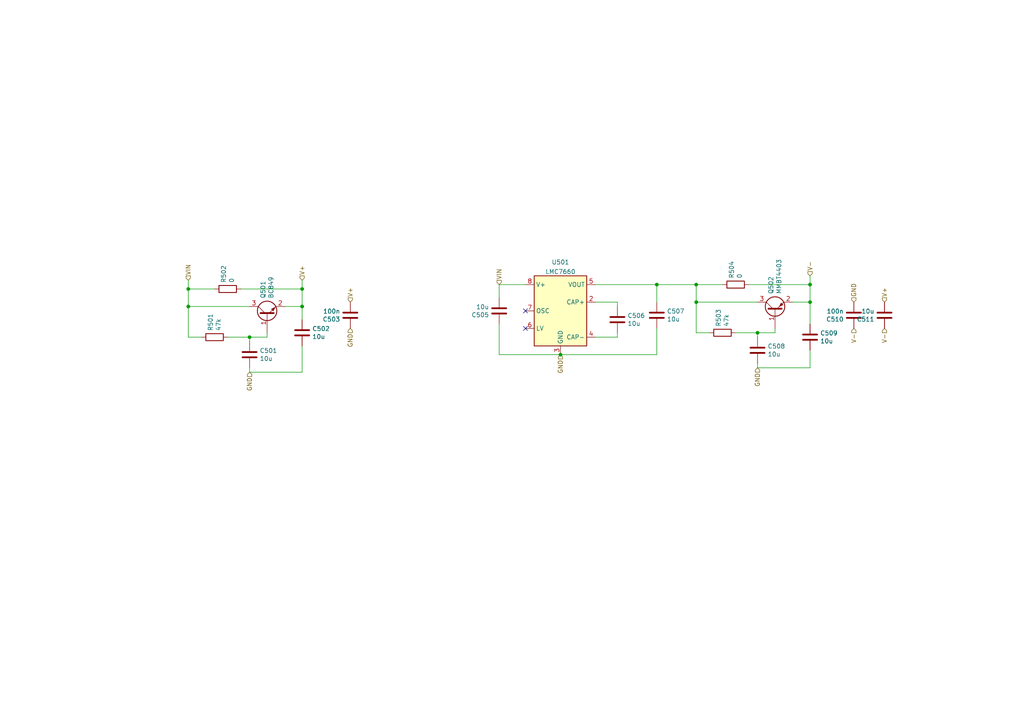
<source format=kicad_sch>
(kicad_sch (version 20211123) (generator eeschema)
  (paper "A4")
  (lib_symbols
    (symbol "Device:C" (pin_numbers hide) (pin_names (offset 0.254))
      (property "Reference" "C" (at 0.635 2.54 0))
      (property "Value" "C" (at 0.635 -2.54 0))
      (symbol "C_0_1"
        (polyline (pts (xy -2.032 -0.762) (xy 2.032 -0.762)) (stroke (width 0.508)))
        (polyline (pts (xy -2.032 0.762) (xy 2.032 0.762)) (stroke (width 0.508)))
      )
      (symbol "C_1_1"
        (pin passive line (at 0 3.81 270) (length 2.794) (name "~") (number "1"))
        (pin passive line (at 0 -3.81 90) (length 2.794) (name "~") (number "2"))
      )
    )
    (symbol "Device:Q_PNP_BEC" (pin_names (offset 0) hide)
      (property "Reference" "Q" (at 5.08 1.27 0))
      (property "Value" "Q_PNP_BEC" (at 5.08 -1.27 0))
      (symbol "Q_PNP_BEC_0_1"
        (polyline (pts (xy 0.635 0.635) (xy 2.54 2.54)))
        (polyline (pts (xy 0.635 -0.635) (xy 2.54 -2.54) (xy 2.54 -2.54)))
        (polyline (pts (xy 0.635 1.905) (xy 0.635 -1.905) (xy 0.635 -1.905)) (stroke (width 0.508)))
        (polyline (pts (xy 2.286 -1.778) (xy 1.778 -2.286) (xy 1.27 -1.27) (xy 2.286 -1.778) (xy 2.286 -1.778)) (fill (type outline)))
        (circle (center 1.27 0) (radius 2.8194) (stroke (width 0.254)))
      )
      (symbol "Q_PNP_BEC_1_1"
        (pin input line (at -5.08 0 0) (length 5.715) (name "B") (number "1"))
        (pin passive line (at 2.54 -5.08 90) (length 2.54) (name "E") (number "2"))
        (pin passive line (at 2.54 5.08 270) (length 2.54) (name "C") (number "3"))
      )
    )
    (symbol "Device:R" (pin_numbers hide) (pin_names (offset 0))
      (property "Reference" "R" (at 2.032 0 90))
      (property "Value" "R" (at 0 0 90))
      (symbol "R_0_1"
        (rectangle (start -1.016 -2.54) (end 1.016 2.54) (stroke (width 0.254)))
      )
      (symbol "R_1_1"
        (pin passive line (at 0 3.81 270) (length 1.27) (name "~") (number "1"))
        (pin passive line (at 0 -3.81 90) (length 1.27) (name "~") (number "2"))
      )
    )
    (symbol "Regulator_SwitchedCapacitor:LMC7660"
      (property "Reference" "U" (at -6.604 11.43 0))
      (property "Value" "LMC7660" (at 0 11.43 0))
      (symbol "LMC7660_0_1"
        (rectangle (start -7.62 10.16) (end 7.62 -10.16) (stroke (width 0.254)) (fill (type background)))
      )
      (symbol "LMC7660_1_1"
        (pin no_connect line (at -7.62 5.08 0) (length 2.54) hide (name "NC") (number "1"))
        (pin input line (at 10.16 2.54 180) (length 2.54) (name "CAP+") (number "2"))
        (pin power_in line (at 0 -12.7 90) (length 2.54) (name "GND") (number "3"))
        (pin input line (at 10.16 -7.62 180) (length 2.54) (name "CAP-") (number "4"))
        (pin power_out line (at 10.16 7.62 180) (length 2.54) (name "VOUT") (number "5"))
        (pin input line (at -10.16 -5.08 0) (length 2.54) (name "LV") (number "6"))
        (pin input line (at -10.16 0 0) (length 2.54) (name "OSC") (number "7"))
        (pin power_in line (at -10.16 7.62 0) (length 2.54) (name "V+") (number "8"))
      )
    )
    (symbol "Transistor_BJT:BC849" (pin_names (offset 0) hide)
      (property "Reference" "Q" (at 5.08 1.905 0))
      (property "Value" "BC849" (at 5.08 0 0))
      (symbol "BC849_0_1"
        (polyline (pts (xy 0.635 0.635) (xy 2.54 2.54)))
        (polyline (pts (xy 0.635 -0.635) (xy 2.54 -2.54) (xy 2.54 -2.54)))
        (polyline (pts (xy 0.635 1.905) (xy 0.635 -1.905) (xy 0.635 -1.905)) (stroke (width 0.508)))
        (polyline (pts (xy 1.27 -1.778) (xy 1.778 -1.27) (xy 2.286 -2.286) (xy 1.27 -1.778) (xy 1.27 -1.778)) (fill (type outline)))
        (circle (center 1.27 0) (radius 2.8194) (stroke (width 0.254)))
      )
      (symbol "BC849_1_1"
        (pin input line (at -5.08 0 0) (length 5.715) (name "B") (number "1"))
        (pin passive line (at 2.54 -5.08 90) (length 2.54) (name "E") (number "2"))
        (pin passive line (at 2.54 5.08 270) (length 2.54) (name "C") (number "3"))
      )
    )
  )
  (junction (at 54.61 83.82))
  (junction (at 87.63 83.82))
  (junction (at 219.71 96.52))
  (junction (at 87.63 88.9))
  (junction (at 72.39 97.79))
  (junction (at 234.95 87.63))
  (junction (at 54.61 88.9))
  (junction (at 201.93 82.55))
  (junction (at 190.5 82.55))
  (junction (at 201.93 87.63))
  (junction (at 234.95 82.55))
  (junction (at 162.56 102.87))
  (no_connect (at 152.4 95.25))
  (no_connect (at 152.4 90.17))
  (wire (pts (xy 144.78 86.36) (xy 144.78 82.55)))
  (wire (pts (xy 234.95 106.68) (xy 234.95 101.6)))
  (wire (pts (xy 213.36 96.52) (xy 219.71 96.52)))
  (wire (pts (xy 219.71 106.68) (xy 234.95 106.68)))
  (wire (pts (xy 234.95 93.98) (xy 234.95 87.63)))
  (wire (pts (xy 217.17 82.55) (xy 234.95 82.55)))
  (wire (pts (xy 87.63 83.82) (xy 87.63 88.9)))
  (wire (pts (xy 72.39 107.95) (xy 72.39 106.68)))
  (wire (pts (xy 54.61 81.28) (xy 54.61 83.82)))
  (wire (pts (xy 224.79 96.52) (xy 224.79 95.25)))
  (wire (pts (xy 72.39 107.95) (xy 87.63 107.95)))
  (wire (pts (xy 201.93 87.63) (xy 219.71 87.63)))
  (wire (pts (xy 58.42 97.79) (xy 54.61 97.79)))
  (wire (pts (xy 87.63 83.82) (xy 87.63 81.28)))
  (wire (pts (xy 87.63 92.71) (xy 87.63 88.9)))
  (wire (pts (xy 144.78 82.55) (xy 152.4 82.55)))
  (wire (pts (xy 72.39 99.06) (xy 72.39 97.79)))
  (wire (pts (xy 66.04 97.79) (xy 72.39 97.79)))
  (wire (pts (xy 205.74 96.52) (xy 201.93 96.52)))
  (wire (pts (xy 54.61 83.82) (xy 54.61 88.9)))
  (wire (pts (xy 144.78 93.98) (xy 144.78 102.87)))
  (wire (pts (xy 190.5 95.25) (xy 190.5 102.87)))
  (wire (pts (xy 54.61 83.82) (xy 62.23 83.82)))
  (wire (pts (xy 201.93 82.55) (xy 209.55 82.55)))
  (wire (pts (xy 190.5 82.55) (xy 201.93 82.55)))
  (wire (pts (xy 172.72 97.79) (xy 179.07 97.79)))
  (wire (pts (xy 219.71 97.79) (xy 219.71 96.52)))
  (wire (pts (xy 179.07 97.79) (xy 179.07 96.52)))
  (wire (pts (xy 234.95 87.63) (xy 234.95 82.55)))
  (wire (pts (xy 72.39 97.79) (xy 77.47 97.79)))
  (wire (pts (xy 201.93 82.55) (xy 201.93 87.63)))
  (wire (pts (xy 229.87 87.63) (xy 234.95 87.63)))
  (wire (pts (xy 219.71 96.52) (xy 224.79 96.52)))
  (wire (pts (xy 234.95 82.55) (xy 234.95 80.01)))
  (wire (pts (xy 201.93 96.52) (xy 201.93 87.63)))
  (wire (pts (xy 190.5 102.87) (xy 162.56 102.87)))
  (wire (pts (xy 69.85 83.82) (xy 87.63 83.82)))
  (wire (pts (xy 219.71 106.68) (xy 219.71 105.41)))
  (wire (pts (xy 144.78 102.87) (xy 162.56 102.87)))
  (wire (pts (xy 179.07 87.63) (xy 179.07 88.9)))
  (wire (pts (xy 87.63 107.95) (xy 87.63 100.33)))
  (wire (pts (xy 54.61 97.79) (xy 54.61 88.9)))
  (wire (pts (xy 190.5 82.55) (xy 190.5 87.63)))
  (wire (pts (xy 82.55 88.9) (xy 87.63 88.9)))
  (wire (pts (xy 77.47 97.79) (xy 77.47 96.52)))
  (wire (pts (xy 54.61 88.9) (xy 72.39 88.9)))
  (wire (pts (xy 172.72 87.63) (xy 179.07 87.63)))
  (wire (pts (xy 172.72 82.55) (xy 190.5 82.55)))
  (hierarchical_label "GND" (shape input) (at 72.39 107.95 270))
  (hierarchical_label "GND" (shape input) (at 247.65 87.63 90))
  (hierarchical_label "GND" (shape input) (at 162.56 102.87 270))
  (hierarchical_label "V-" (shape input) (at 247.65 95.25 270))
  (hierarchical_label "GND" (shape input) (at 101.6 95.25 270))
  (hierarchical_label "VIN" (shape input) (at 144.78 82.55 90))
  (hierarchical_label "VIN" (shape input) (at 54.61 81.28 90))
  (hierarchical_label "V-" (shape input) (at 256.54 95.25 270))
  (hierarchical_label "GND" (shape input) (at 219.71 106.68 270))
  (hierarchical_label "V-" (shape input) (at 234.95 80.01 90))
  (hierarchical_label "V+" (shape input) (at 256.54 87.63 90))
  (hierarchical_label "V+" (shape input) (at 101.6 87.63 90))
  (hierarchical_label "V+" (shape input) (at 87.63 81.28 90))
  (symbol (lib_id "Transistor_BJT:BC849") (at 77.47 91.44 90) (unit 1)
    (property "Reference" "Q501" (at 76.3016 86.5886 0) (effects (justify left)))
    (property "Value" "BC849" (at 78.613 86.5886 0) (effects (justify left)))
    (property "Footprint" "Package_TO_SOT_SMD:SOT-23" (effects hide))
    (property "Datasheet" "http://www.infineon.com/dgdl/Infineon-BC847SERIES_BC848SERIES_BC849SERIES_BC850SERIES-DS-v01_01-en.pdf?fileId=db3a304314dca389011541d4630a1657" (effects hide))
  )
  (symbol (lib_id "Device:R") (at 62.23 97.79 90) (unit 1)
    (property "Reference" "R501" (at 61.0616 96.012 0) (effects (justify left)))
    (property "Value" "47k" (at 63.373 96.012 0) (effects (justify left)))
    (property "Footprint" "Resistor_SMD:R_0603_1608Metric_Pad0.98x0.95mm_HandSolder" (effects hide))
  )
  (symbol (lib_id "Device:Q_PNP_BEC") (at 224.79 90.17 90) (unit 1)
    (property "Reference" "Q502" (at 223.6216 85.3186 0) (effects (justify left)))
    (property "Value" "MMBT4403" (at 225.933 85.3186 0) (effects (justify left)))
    (property "Footprint" "Package_TO_SOT_SMD:SOT-23" (effects hide))
  )
  (symbol (lib_id "Device:C") (at 72.39 102.87 0) (unit 1)
    (property "Reference" "C501" (at 75.311 101.7016 0) (effects (justify left)))
    (property "Value" "10u" (at 75.311 104.013 0) (effects (justify left)))
    (property "Footprint" "Capacitor_SMD:C_0603_1608Metric_Pad1.08x0.95mm_HandSolder" (effects hide))
  )
  (symbol (lib_id "Device:R") (at 209.55 96.52 90) (unit 1)
    (property "Reference" "R503" (at 208.3816 94.742 0) (effects (justify left)))
    (property "Value" "47k" (at 210.693 94.742 0) (effects (justify left)))
    (property "Footprint" "Resistor_SMD:R_0603_1608Metric_Pad0.98x0.95mm_HandSolder" (effects hide))
  )
  (symbol (lib_id "Device:C") (at 219.71 101.6 0) (unit 1)
    (property "Reference" "C508" (at 222.631 100.4316 0) (effects (justify left)))
    (property "Value" "10u" (at 222.631 102.743 0) (effects (justify left)))
    (property "Footprint" "Capacitor_SMD:C_0603_1608Metric_Pad1.08x0.95mm_HandSolder" (effects hide))
  )
  (symbol (lib_id "Device:C") (at 101.6 91.44 180) (unit 1)
    (property "Reference" "C503" (at 98.679 92.6084 0) (effects (justify left)))
    (property "Value" "100n" (at 98.679 90.297 0) (effects (justify left)))
    (property "Footprint" "Capacitor_SMD:C_0603_1608Metric_Pad1.08x0.95mm_HandSolder" (effects hide))
  )
  (symbol (lib_id "Device:C") (at 247.65 91.44 180) (unit 1)
    (property "Reference" "C510" (at 244.729 92.6084 0) (effects (justify left)))
    (property "Value" "100n" (at 244.729 90.297 0) (effects (justify left)))
    (property "Footprint" "Capacitor_SMD:C_0603_1608Metric_Pad1.08x0.95mm_HandSolder" (effects hide))
  )
  (symbol (lib_id "Device:C") (at 256.54 91.44 180) (unit 1)
    (property "Reference" "C511" (at 253.619 92.6084 0) (effects (justify left)))
    (property "Value" "10u" (at 253.619 90.297 0) (effects (justify left)))
    (property "Footprint" "Capacitor_SMD:C_0603_1608Metric_Pad1.08x0.95mm_HandSolder" (effects hide))
  )
  (symbol (lib_id "Device:R") (at 213.36 82.55 90) (unit 1)
    (property "Reference" "R504" (at 212.1916 80.772 0) (effects (justify left)))
    (property "Value" "0" (at 214.503 80.772 0) (effects (justify left)))
    (property "Footprint" "Resistor_SMD:R_0603_1608Metric_Pad0.98x0.95mm_HandSolder" (effects hide))
  )
  (symbol (lib_id "Device:R") (at 66.04 83.82 90) (unit 1)
    (property "Reference" "R502" (at 64.8716 82.042 0) (effects (justify left)))
    (property "Value" "0" (at 67.183 82.042 0) (effects (justify left)))
    (property "Footprint" "Resistor_SMD:R_0603_1608Metric_Pad0.98x0.95mm_HandSolder" (effects hide))
  )
  (symbol (lib_id "Regulator_SwitchedCapacitor:LMC7660") (at 162.56 90.17 0) (unit 1)
    (property "Reference" "U501" (at 162.56 76.0435 0))
    (property "Value" "LMC7660" (at 162.56 78.8186 0))
    (property "Footprint" "Package_SO:SOIC-8_3.9x4.9mm_P1.27mm" (effects hide))
    (property "Datasheet" "http://www.ti.com/lit/ds/symlink/lmc7660.pdf" (effects hide))
  )
  (symbol (lib_id "Device:C") (at 234.95 97.79 0) (unit 1)
    (property "Reference" "C509" (at 237.871 96.6216 0) (effects (justify left)))
    (property "Value" "10u" (at 237.871 98.933 0) (effects (justify left)))
    (property "Footprint" "Capacitor_SMD:C_0603_1608Metric_Pad1.08x0.95mm_HandSolder" (effects hide))
  )
  (symbol (lib_id "Device:C") (at 179.07 92.71 0) (unit 1)
    (property "Reference" "C506" (at 181.991 91.5416 0) (effects (justify left)))
    (property "Value" "10u" (at 181.991 93.853 0) (effects (justify left)))
    (property "Footprint" "Capacitor_SMD:C_0603_1608Metric_Pad1.08x0.95mm_HandSolder" (effects hide))
  )
  (symbol (lib_id "Device:C") (at 144.78 90.17 180) (unit 1)
    (property "Reference" "C505" (at 141.859 91.3384 0) (effects (justify left)))
    (property "Value" "10u" (at 141.859 89.027 0) (effects (justify left)))
    (property "Footprint" "Capacitor_SMD:C_0603_1608Metric_Pad1.08x0.95mm_HandSolder" (effects hide))
  )
  (symbol (lib_id "Device:C") (at 87.63 96.52 0) (unit 1)
    (property "Reference" "C502" (at 90.551 95.3516 0) (effects (justify left)))
    (property "Value" "10u" (at 90.551 97.663 0) (effects (justify left)))
    (property "Footprint" "Capacitor_SMD:C_0603_1608Metric_Pad1.08x0.95mm_HandSolder" (effects hide))
  )
  (symbol (lib_id "Device:C") (at 190.5 91.44 0) (unit 1)
    (property "Reference" "C507" (at 193.421 90.2716 0) (effects (justify left)))
    (property "Value" "10u" (at 193.421 92.583 0) (effects (justify left)))
    (property "Footprint" "Capacitor_SMD:C_0603_1608Metric_Pad1.08x0.95mm_HandSolder" (effects hide))
  )
)
</source>
